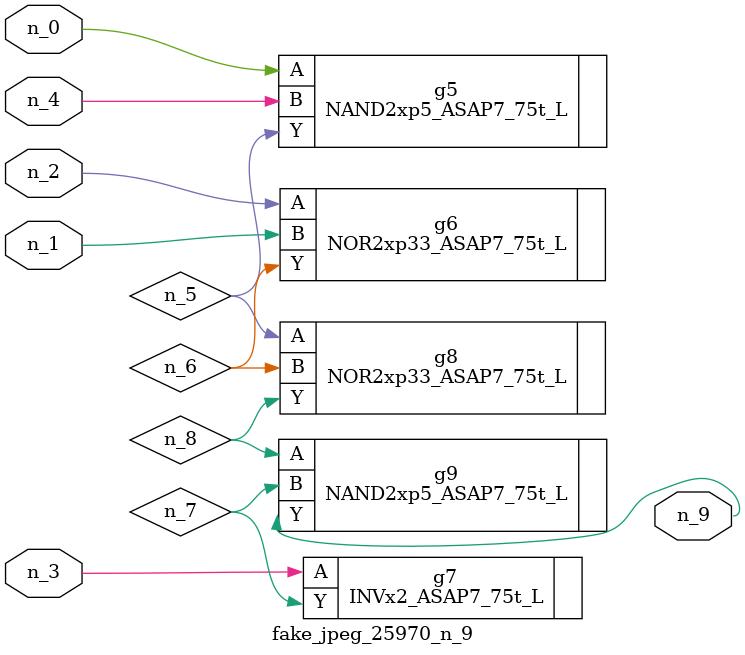
<source format=v>
module fake_jpeg_25970_n_9 (n_3, n_2, n_1, n_0, n_4, n_9);

input n_3;
input n_2;
input n_1;
input n_0;
input n_4;

output n_9;

wire n_8;
wire n_6;
wire n_5;
wire n_7;

NAND2xp5_ASAP7_75t_L g5 ( 
.A(n_0),
.B(n_4),
.Y(n_5)
);

NOR2xp33_ASAP7_75t_L g6 ( 
.A(n_2),
.B(n_1),
.Y(n_6)
);

INVx2_ASAP7_75t_L g7 ( 
.A(n_3),
.Y(n_7)
);

NOR2xp33_ASAP7_75t_L g8 ( 
.A(n_5),
.B(n_6),
.Y(n_8)
);

NAND2xp5_ASAP7_75t_L g9 ( 
.A(n_8),
.B(n_7),
.Y(n_9)
);


endmodule
</source>
